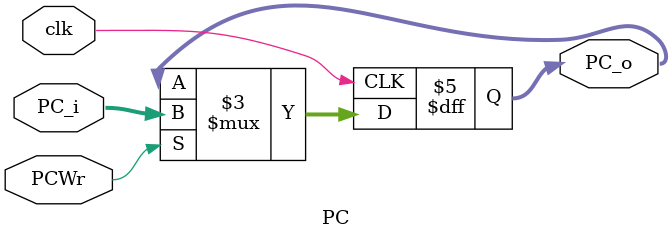
<source format=v>
module PC(clk, PCWr, PC_i, PC_o);
	input clk;
	input PCWr;
	input [31:0] PC_i;
	output reg [31:0] PC_o;
	
	initial
		begin
		PC_o <= 32'h0000_3000; 
		end
	
	always@(posedge clk)
		begin
		if(PCWr)
			begin
			PC_o <= PC_i;
			end
		end
endmodule
</source>
